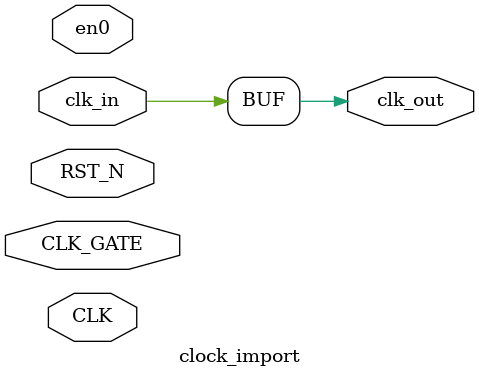
<source format=v>

module clock_import(RST_N,
                    CLK,
                    CLK_GATE,
                    en0, // Dummy
                    clk_in,
		    clk_out);
   input RST_N;
   input CLK;
   input CLK_GATE;
   input en0;
   input clk_in;
   output clk_out;

   assign clk_out = clk_in;
   
endmodule
</source>
